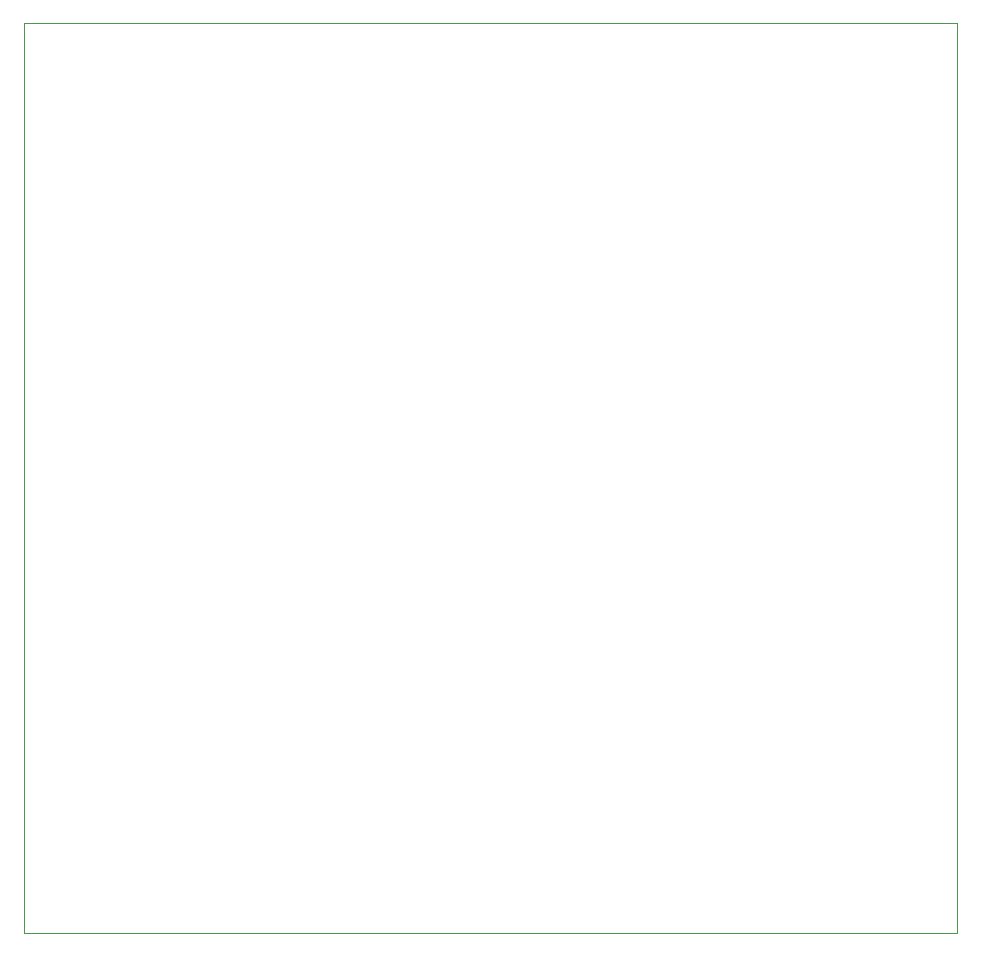
<source format=gko>
G04 #@! TF.FileFunction,Profile,NP*
%FSLAX46Y46*%
G04 Gerber Fmt 4.6, Leading zero omitted, Abs format (unit mm)*
G04 Created by KiCad (PCBNEW 4.0.2-4+6225~38~ubuntu15.04.1-stable) date Sa 02 Apr 2016 12:31:30 CEST*
%MOMM*%
G01*
G04 APERTURE LIST*
%ADD10C,0.150000*%
%ADD11C,0.100000*%
G04 APERTURE END LIST*
D10*
D11*
X0Y0D02*
X79000000Y0D01*
X0Y-77000000D02*
X0Y0D01*
X79000000Y-77000000D02*
X79000000Y0D01*
X0Y-77000000D02*
X79000000Y-77000000D01*
M02*

</source>
